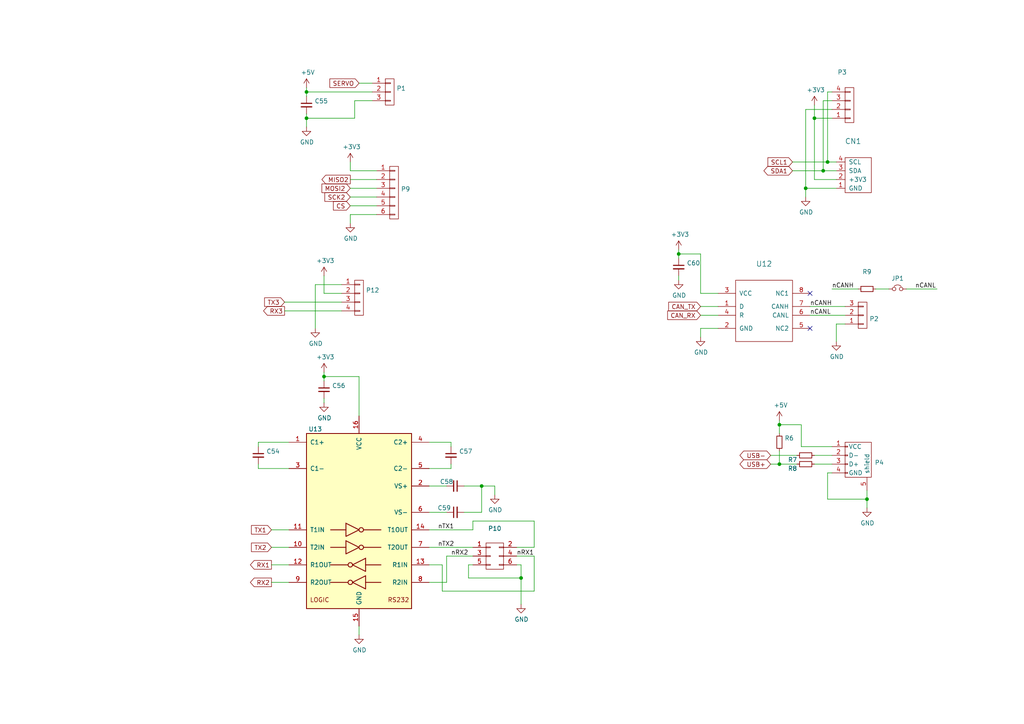
<source format=kicad_sch>
(kicad_sch (version 20211123) (generator eeschema)
  (paper "A4")
  (title_block (title "ECU") (rev "0.0.1") (company "wuehr1999"))
  (lib_symbols
    (symbol "CAN-transceiver:SN65HVD232" (pin_names (offset 1.016))
      (property "Reference" "U" (at 12.7 16.51 0))
      (property "Value" "SN65HVD232" (at 12.7 1.27 0))
      (symbol "SN65HVD232_0_1"
        (rectangle (start 5.08 17.78) (end 21.59 0))
      )
      (symbol "SN65HVD232_1_1"
        (pin output line (at 0 10.16 0) (length 5.08) (name "D") (number "1"))
        (pin power_in line (at 0 3.81 0) (length 5.08) (name "GND") (number "2"))
        (pin power_in line (at 0 13.97 0) (length 5.08) (name "VCC") (number "3"))
        (pin input line (at 0 7.62 0) (length 5.08) (name "R") (number "4"))
        (pin bidirectional line (at 26.67 3.81 180) (length 5.08) (name "NC2") (number "5"))
        (pin bidirectional line (at 26.67 7.62 180) (length 5.08) (name "CANL") (number "6"))
        (pin bidirectional line (at 26.67 10.16 180) (length 5.08) (name "CANH") (number "7"))
        (pin bidirectional line (at 26.67 13.97 180) (length 5.08) (name "NC1") (number "8"))
      )
    )
    (symbol "MODULE_compute:QWIIC" (pin_names (offset 1.016))
      (property "Reference" "CN" (at 2.54 6.35 0))
      (property "Value" "QWIIC" (at 3.81 -6.35 0))
      (symbol "QWIIC_0_1"
        (rectangle (start 0 5.08) (end 7.62 -5.08))
      )
      (symbol "QWIIC_1_1"
        (pin input line (at -2.54 3.81 0) (length 2.54) (name "GND") (number "1"))
        (pin input line (at -2.54 1.27 0) (length 2.54) (name "+3V3") (number "2"))
        (pin input line (at -2.54 -1.27 0) (length 2.54) (name "SDA") (number "3"))
        (pin input line (at -2.54 -3.81 0) (length 2.54) (name "SCL") (number "4"))
      )
    )
    (symbol "devices:C_0603" (pin_numbers hide) (pin_names (offset 0.254) hide)
      (property "Reference" "C" (at 0.254 1.778 0))
      (property "Value" "C_0603" (at 0.254 -2.032 0))
      (symbol "C_0603_0_1"
        (polyline (pts (xy -1.524 -0.508) (xy 1.524 -0.508)) (stroke (width 0.3302)))
        (polyline (pts (xy -1.524 0.508) (xy 1.524 0.508)) (stroke (width 0.3048)))
      )
      (symbol "C_0603_1_1"
        (pin passive line (at 0 2.54 270) (length 1.905) (name "~") (number "1"))
        (pin passive line (at 0 -2.54 90) (length 2.032) (name "~") (number "2"))
      )
    )
    (symbol "devices:C_1210" (pin_numbers hide) (pin_names (offset 0.254) hide)
      (property "Reference" "C" (at 0.254 1.778 0))
      (property "Value" "C_1210" (at 0.254 -2.032 0))
      (symbol "C_1210_0_1"
        (polyline (pts (xy -1.524 -0.508) (xy 1.524 -0.508)) (stroke (width 0.3302)))
        (polyline (pts (xy -1.524 0.508) (xy 1.524 0.508)) (stroke (width 0.3048)))
      )
      (symbol "C_1210_1_1"
        (pin passive line (at 0 2.54 270) (length 1.905) (name "~") (number "1"))
        (pin passive line (at 0 -2.54 90) (length 2.032) (name "~") (number "2"))
      )
    )
    (symbol "devices:Jumper_NC_Small" (pin_numbers hide) (pin_names (offset 0.762) hide)
      (property "Reference" "JP" (at 0 2.032 0))
      (symbol "Jumper_NC_Small_0_1"
        (circle (center -1.016 0) (radius 0.508))
        (circle (center 1.016 0) (radius 0.508))
        (arc (start 1.016 0.762) (mid 0 1.1828) (end -1.016 0.762))
        (pin passive line (at -2.54 0 0) (length 1.016) (name "1") (number "1"))
        (pin passive line (at 2.54 0 180) (length 1.016) (name "2") (number "2"))
      )
    )
    (symbol "devices:R_0603" (pin_numbers hide) (pin_names (offset 0.254) hide)
      (property "Reference" "R" (at 0.762 0.508 0))
      (property "Value" "R_0603" (at 0.762 -1.016 0))
      (symbol "R_0603_0_1"
        (rectangle (start -0.762 1.778) (end 0.762 -1.778) (stroke (width 0.2032)))
      )
      (symbol "R_0603_1_1"
        (pin passive line (at 0 2.54 270) (length 0.762) (name "~") (number "1"))
        (pin passive line (at 0 -2.54 90) (length 0.762) (name "~") (number "2"))
      )
    )
    (symbol "interface:MAX3232" (pin_names (offset 1.016))
      (property "Reference" "U" (at -5.08 29.845 0))
      (property "Value" "MAX3232" (at -5.08 27.94 0))
      (symbol "MAX3232_0_0"
        (text "LOGIC" (at -11.43 -22.86 0) (effects (font (size 1.27 1.27))))
        (text "RS232" (at 11.43 -22.86 0) (effects (font (size 1.27 1.27))))
      )
      (symbol "MAX3232_0_1"
        (rectangle (start -15.24 -25.4) (end 15.24 25.4) (stroke (width 0.254)) (fill (type background)))
        (circle (center -2.54 -17.78) (radius 0.635) (stroke (width 0.254)))
        (circle (center -2.54 -12.7) (radius 0.635) (stroke (width 0.254)))
        (polyline (pts (xy -3.81 -7.62) (xy -8.255 -7.62)) (stroke (width 0.254)))
        (polyline (pts (xy -3.81 -2.54) (xy -8.255 -2.54)) (stroke (width 0.254)))
        (polyline (pts (xy -3.175 -17.78) (xy -8.255 -17.78)) (stroke (width 0.254)))
        (polyline (pts (xy -3.175 -12.7) (xy -8.255 -12.7)) (stroke (width 0.254)))
        (polyline (pts (xy 1.27 -7.62) (xy 6.35 -7.62)) (stroke (width 0.254)))
        (polyline (pts (xy 1.27 -2.54) (xy 6.35 -2.54)) (stroke (width 0.254)))
        (polyline (pts (xy 1.905 -17.78) (xy 6.35 -17.78)) (stroke (width 0.254)))
        (polyline (pts (xy 1.905 -12.7) (xy 6.35 -12.7)) (stroke (width 0.254)))
        (polyline (pts (xy -3.81 -5.715) (xy -3.81 -9.525) (xy 0 -7.62) (xy -3.81 -5.715)) (stroke (width 0.254)))
        (polyline (pts (xy -3.81 -0.635) (xy -3.81 -4.445) (xy 0 -2.54) (xy -3.81 -0.635)) (stroke (width 0.254)))
        (polyline (pts (xy 1.905 -15.875) (xy 1.905 -19.685) (xy -1.905 -17.78) (xy 1.905 -15.875)) (stroke (width 0.254)))
        (polyline (pts (xy 1.905 -10.795) (xy 1.905 -14.605) (xy -1.905 -12.7) (xy 1.905 -10.795)) (stroke (width 0.254)))
        (circle (center 0.635 -7.62) (radius 0.635) (stroke (width 0.254)))
        (circle (center 0.635 -2.54) (radius 0.635) (stroke (width 0.254)))
      )
      (symbol "MAX3232_1_1"
        (pin passive line (at -20.32 22.86 0) (length 5.08) (name "C1+") (number "1"))
        (pin input line (at -20.32 -7.62 0) (length 5.08) (name "T2IN") (number "10"))
        (pin input line (at -20.32 -2.54 0) (length 5.08) (name "T1IN") (number "11"))
        (pin output line (at -20.32 -12.7 0) (length 5.08) (name "R1OUT") (number "12"))
        (pin input line (at 20.32 -12.7 180) (length 5.08) (name "R1IN") (number "13"))
        (pin output line (at 20.32 -2.54 180) (length 5.08) (name "T1OUT") (number "14"))
        (pin power_in line (at 0 -30.48 90) (length 5.08) (name "GND") (number "15"))
        (pin power_in line (at 0 30.48 270) (length 5.08) (name "VCC") (number "16"))
        (pin power_out line (at 20.32 10.16 180) (length 5.08) (name "VS+") (number "2"))
        (pin passive line (at -20.32 15.24 0) (length 5.08) (name "C1-") (number "3"))
        (pin passive line (at 20.32 22.86 180) (length 5.08) (name "C2+") (number "4"))
        (pin passive line (at 20.32 15.24 180) (length 5.08) (name "C2-") (number "5"))
        (pin power_out line (at 20.32 2.54 180) (length 5.08) (name "VS-") (number "6"))
        (pin output line (at 20.32 -7.62 180) (length 5.08) (name "T2OUT") (number "7"))
        (pin input line (at 20.32 -17.78 180) (length 5.08) (name "R2IN") (number "8"))
        (pin output line (at -20.32 -17.78 0) (length 5.08) (name "R2OUT") (number "9"))
      )
    )
    (symbol "mechanical-connectors:CONN_01X03" (pin_names (offset 1.016) hide)
      (property "Reference" "P" (at 0 5.08 0))
      (property "Value" "CONN_01X03" (at 2.54 0 90))
      (symbol "CONN_01X03_0_1"
        (rectangle (start -1.27 -2.413) (end 0.254 -2.667))
        (rectangle (start -1.27 0.127) (end 0.254 -0.127))
        (rectangle (start -1.27 2.667) (end 0.254 2.413))
        (rectangle (start -1.27 3.81) (end 1.27 -3.81))
      )
      (symbol "CONN_01X03_1_1"
        (pin passive line (at -5.08 2.54 0) (length 3.81) (name "P1") (number "1"))
        (pin passive line (at -5.08 0 0) (length 3.81) (name "P2") (number "2"))
        (pin passive line (at -5.08 -2.54 0) (length 3.81) (name "P3") (number "3"))
      )
    )
    (symbol "mechanical-connectors:CONN_01X04" (pin_names (offset 1.016) hide)
      (property "Reference" "P" (at 0 6.35 0))
      (property "Value" "CONN_01X04" (at 2.54 0 90))
      (symbol "CONN_01X04_0_1"
        (rectangle (start -1.27 -3.683) (end 0.254 -3.937))
        (rectangle (start -1.27 -1.143) (end 0.254 -1.397))
        (rectangle (start -1.27 1.397) (end 0.254 1.143))
        (rectangle (start -1.27 3.937) (end 0.254 3.683))
        (rectangle (start -1.27 5.08) (end 1.27 -5.08))
      )
      (symbol "CONN_01X04_1_1"
        (pin passive line (at -5.08 3.81 0) (length 3.81) (name "P1") (number "1"))
        (pin passive line (at -5.08 1.27 0) (length 3.81) (name "P2") (number "2"))
        (pin passive line (at -5.08 -1.27 0) (length 3.81) (name "P3") (number "3"))
        (pin passive line (at -5.08 -3.81 0) (length 3.81) (name "P4") (number "4"))
      )
    )
    (symbol "mechanical-connectors:CONN_01X06" (pin_names (offset 1.016) hide)
      (property "Reference" "P" (at 0 8.89 0))
      (property "Value" "CONN_01X06" (at 2.54 0 90))
      (symbol "CONN_01X06_0_1"
        (rectangle (start -1.27 -6.223) (end 0.254 -6.477))
        (rectangle (start -1.27 -3.683) (end 0.254 -3.937))
        (rectangle (start -1.27 -1.143) (end 0.254 -1.397))
        (rectangle (start -1.27 1.397) (end 0.254 1.143))
        (rectangle (start -1.27 3.937) (end 0.254 3.683))
        (rectangle (start -1.27 6.477) (end 0.254 6.223))
        (rectangle (start -1.27 7.62) (end 1.27 -7.62))
      )
      (symbol "CONN_01X06_1_1"
        (pin passive line (at -5.08 6.35 0) (length 3.81) (name "P1") (number "1"))
        (pin passive line (at -5.08 3.81 0) (length 3.81) (name "P2") (number "2"))
        (pin passive line (at -5.08 1.27 0) (length 3.81) (name "P3") (number "3"))
        (pin passive line (at -5.08 -1.27 0) (length 3.81) (name "P4") (number "4"))
        (pin passive line (at -5.08 -3.81 0) (length 3.81) (name "P5") (number "5"))
        (pin passive line (at -5.08 -6.35 0) (length 3.81) (name "P6") (number "6"))
      )
    )
    (symbol "mechanical-connectors:CONN_02X03" (pin_names (offset 0.0254) hide)
      (property "Reference" "P" (at 0 5.08 0))
      (property "Value" "CONN_02X03" (at 0 -5.08 0))
      (symbol "CONN_02X03_0_1"
        (rectangle (start -2.54 -2.413) (end -1.27 -2.667))
        (rectangle (start -2.54 0.127) (end -1.27 -0.127))
        (rectangle (start -2.54 2.667) (end -1.27 2.413))
        (rectangle (start -2.54 3.81) (end 2.54 -3.81))
        (rectangle (start 1.27 -2.413) (end 2.54 -2.667))
        (rectangle (start 1.27 0.127) (end 2.54 -0.127))
        (rectangle (start 1.27 2.667) (end 2.54 2.413))
      )
      (symbol "CONN_02X03_1_1"
        (pin passive line (at -6.35 2.54 0) (length 3.81) (name "P1") (number "1"))
        (pin passive line (at 6.35 2.54 180) (length 3.81) (name "P2") (number "2"))
        (pin passive line (at -6.35 0 0) (length 3.81) (name "P3") (number "3"))
        (pin passive line (at 6.35 0 180) (length 3.81) (name "P4") (number "4"))
        (pin passive line (at -6.35 -2.54 0) (length 3.81) (name "P5") (number "5"))
        (pin passive line (at 6.35 -2.54 180) (length 3.81) (name "P6") (number "6"))
      )
    )
    (symbol "mechanical-connectors:USB_B" (pin_names (offset 1.016))
      (property "Reference" "P" (at 5.08 -5.08 0))
      (property "Value" "USB_B" (at -1.27 5.08 0))
      (symbol "USB_B_0_1"
        (rectangle (start -6.35 -3.81) (end 3.81 3.81))
        (rectangle (start -5.207 -3.81) (end -4.953 -3.048))
        (rectangle (start -2.667 -3.81) (end -2.413 -3.048))
        (rectangle (start -0.127 -3.81) (end 0.127 -3.048))
        (rectangle (start 2.413 -3.81) (end 2.667 -3.048))
      )
      (symbol "USB_B_1_1"
        (pin power_out line (at -5.08 -7.62 90) (length 3.81) (name "VCC") (number "1"))
        (pin passive line (at -2.54 -7.62 90) (length 3.81) (name "D-") (number "2"))
        (pin passive line (at 0 -7.62 90) (length 3.81) (name "D+") (number "3"))
        (pin power_in line (at 2.54 -7.62 90) (length 3.81) (name "GND") (number "4"))
        (pin passive line (at 7.62 2.54 180) (length 3.81) (name "shield") (number "5"))
      )
    )
    (symbol "power-supply:+3V3" (power) (pin_names (offset 0))
      (property "Value" "+3V3" (at 0 3.556 0))
      (symbol "+3V3_0_1"
        (polyline (pts (xy -0.762 1.27) (xy 0 2.54)))
        (polyline (pts (xy 0 0) (xy 0 2.54)))
        (polyline (pts (xy 0 2.54) (xy 0.762 1.27)))
      )
      (symbol "+3V3_1_1"
        (pin power_in line (at 0 0 90) (length 0) hide (name "+3V3") (number "1"))
      )
    )
    (symbol "power-supply:+5V" (power) (pin_names (offset 0))
      (property "Value" "+5V" (at 0 3.556 0))
      (symbol "+5V_0_1"
        (polyline (pts (xy -0.762 1.27) (xy 0 2.54)))
        (polyline (pts (xy 0 0) (xy 0 2.54)))
        (polyline (pts (xy 0 2.54) (xy 0.762 1.27)))
      )
      (symbol "+5V_1_1"
        (pin power_in line (at 0 0 90) (length 0) hide (name "+5V") (number "1"))
      )
    )
    (symbol "power-supply:GND" (power) (pin_names (offset 0))
      (property "Value" "GND" (at 0 -3.81 0))
      (symbol "GND_0_1"
        (polyline (pts (xy 0 0) (xy 0 -1.27) (xy 1.27 -1.27) (xy 0 -2.54) (xy -1.27 -1.27) (xy 0 -1.27)))
      )
      (symbol "GND_1_1"
        (pin power_in line (at 0 0 270) (length 0) hide (name "GND") (number "1"))
      )
    )
  )
  (junction (at 226.06 123.19))
  (junction (at 88.9 34.29))
  (junction (at 139.7 140.97))
  (junction (at 88.9 26.67))
  (junction (at 240.03 46.99))
  (junction (at 233.68 54.61))
  (junction (at 236.22 34.29))
  (junction (at 93.98 109.22))
  (junction (at 251.46 144.78))
  (junction (at 226.06 134.62))
  (junction (at 196.85 73.66))
  (junction (at 238.76 49.53))
  (junction (at 151.13 167.64))
  (no_connect (at 234.95 85.09))
  (no_connect (at 234.95 95.25))
  (wire (pts (xy 88.9 26.67) (xy 88.9 25.4)))
  (wire (pts (xy 107.95 24.13) (xy 104.14 24.13)))
  (wire (pts (xy 196.85 72.39) (xy 196.85 73.66)))
  (wire (pts (xy 124.46 153.67) (xy 137.16 153.67)))
  (wire (pts (xy 236.22 34.29) (xy 241.3 34.29)))
  (wire (pts (xy 99.06 87.63) (xy 82.55 87.63)))
  (wire (pts (xy 134.62 148.59) (xy 139.7 148.59)))
  (wire (pts (xy 241.3 129.54) (xy 232.41 129.54)))
  (wire (pts (xy 236.22 30.48) (xy 236.22 34.29)))
  (wire (pts (xy 241.3 134.62) (xy 236.22 134.62)))
  (wire (pts (xy 154.94 151.13) (xy 154.94 158.75)))
  (wire (pts (xy 93.98 109.22) (xy 93.98 110.49)))
  (wire (pts (xy 232.41 129.54) (xy 232.41 123.19)))
  (wire (pts (xy 196.85 80.01) (xy 196.85 81.28)))
  (wire (pts (xy 137.16 163.83) (xy 135.89 163.83)))
  (wire (pts (xy 226.06 134.62) (xy 231.14 134.62)))
  (wire (pts (xy 78.74 168.91) (xy 83.82 168.91)))
  (wire (pts (xy 109.22 54.61) (xy 101.6 54.61)))
  (wire (pts (xy 236.22 52.07) (xy 236.22 34.29)))
  (wire (pts (xy 107.95 26.67) (xy 88.9 26.67)))
  (wire (pts (xy 241.3 137.16) (xy 240.03 137.16)))
  (wire (pts (xy 238.76 49.53) (xy 238.76 29.21)))
  (wire (pts (xy 128.27 163.83) (xy 128.27 171.45)))
  (wire (pts (xy 240.03 26.67) (xy 241.3 26.67)))
  (wire (pts (xy 226.06 121.92) (xy 226.06 123.19)))
  (wire (pts (xy 226.06 123.19) (xy 226.06 125.73)))
  (wire (pts (xy 251.46 144.78) (xy 251.46 142.24)))
  (wire (pts (xy 83.82 135.89) (xy 74.93 135.89)))
  (wire (pts (xy 203.2 95.25) (xy 203.2 97.79)))
  (wire (pts (xy 229.87 49.53) (xy 238.76 49.53)))
  (wire (pts (xy 109.22 62.23) (xy 101.6 62.23)))
  (wire (pts (xy 130.81 129.54) (xy 130.81 128.27)))
  (wire (pts (xy 254 83.82) (xy 257.81 83.82)))
  (wire (pts (xy 154.94 171.45) (xy 154.94 161.29)))
  (wire (pts (xy 88.9 34.29) (xy 88.9 36.83)))
  (wire (pts (xy 137.16 153.67) (xy 137.16 151.13)))
  (wire (pts (xy 139.7 140.97) (xy 134.62 140.97)))
  (wire (pts (xy 130.81 128.27) (xy 124.46 128.27)))
  (wire (pts (xy 151.13 175.26) (xy 151.13 167.64)))
  (wire (pts (xy 238.76 29.21) (xy 241.3 29.21)))
  (wire (pts (xy 83.82 128.27) (xy 74.93 128.27)))
  (wire (pts (xy 104.14 184.15) (xy 104.14 181.61)))
  (wire (pts (xy 93.98 107.95) (xy 93.98 109.22)))
  (wire (pts (xy 234.95 91.44) (xy 245.11 91.44)))
  (wire (pts (xy 129.54 161.29) (xy 137.16 161.29)))
  (wire (pts (xy 101.6 62.23) (xy 101.6 64.77)))
  (wire (pts (xy 102.87 29.21) (xy 102.87 34.29)))
  (wire (pts (xy 242.57 49.53) (xy 238.76 49.53)))
  (wire (pts (xy 208.28 95.25) (xy 203.2 95.25)))
  (wire (pts (xy 242.57 54.61) (xy 233.68 54.61)))
  (wire (pts (xy 91.44 82.55) (xy 91.44 95.25)))
  (wire (pts (xy 233.68 57.15) (xy 233.68 54.61)))
  (wire (pts (xy 93.98 109.22) (xy 104.14 109.22)))
  (wire (pts (xy 242.57 93.98) (xy 245.11 93.98)))
  (wire (pts (xy 240.03 144.78) (xy 251.46 144.78)))
  (wire (pts (xy 231.14 132.08) (xy 223.52 132.08)))
  (wire (pts (xy 135.89 163.83) (xy 135.89 167.64)))
  (wire (pts (xy 233.68 54.61) (xy 233.68 31.75)))
  (wire (pts (xy 240.03 46.99) (xy 240.03 26.67)))
  (wire (pts (xy 137.16 151.13) (xy 154.94 151.13)))
  (wire (pts (xy 234.95 88.9) (xy 245.11 88.9)))
  (wire (pts (xy 203.2 91.44) (xy 208.28 91.44)))
  (wire (pts (xy 139.7 148.59) (xy 139.7 140.97)))
  (wire (pts (xy 109.22 59.69) (xy 101.6 59.69)))
  (wire (pts (xy 124.46 140.97) (xy 129.54 140.97)))
  (wire (pts (xy 154.94 158.75) (xy 149.86 158.75)))
  (wire (pts (xy 124.46 135.89) (xy 130.81 135.89)))
  (wire (pts (xy 143.51 143.51) (xy 143.51 140.97)))
  (wire (pts (xy 223.52 134.62) (xy 226.06 134.62)))
  (wire (pts (xy 241.3 132.08) (xy 236.22 132.08)))
  (wire (pts (xy 203.2 73.66) (xy 203.2 85.09)))
  (wire (pts (xy 93.98 85.09) (xy 93.98 80.01)))
  (wire (pts (xy 78.74 163.83) (xy 83.82 163.83)))
  (wire (pts (xy 151.13 163.83) (xy 149.86 163.83)))
  (wire (pts (xy 99.06 85.09) (xy 93.98 85.09)))
  (wire (pts (xy 124.46 168.91) (xy 129.54 168.91)))
  (wire (pts (xy 124.46 148.59) (xy 129.54 148.59)))
  (wire (pts (xy 101.6 49.53) (xy 101.6 46.99)))
  (wire (pts (xy 242.57 52.07) (xy 236.22 52.07)))
  (wire (pts (xy 262.89 83.82) (xy 271.78 83.82)))
  (wire (pts (xy 251.46 147.32) (xy 251.46 144.78)))
  (wire (pts (xy 154.94 161.29) (xy 149.86 161.29)))
  (wire (pts (xy 74.93 128.27) (xy 74.93 129.54)))
  (wire (pts (xy 242.57 99.06) (xy 242.57 93.98)))
  (wire (pts (xy 135.89 167.64) (xy 151.13 167.64)))
  (wire (pts (xy 74.93 135.89) (xy 74.93 134.62)))
  (wire (pts (xy 226.06 130.81) (xy 226.06 134.62)))
  (wire (pts (xy 151.13 167.64) (xy 151.13 163.83)))
  (wire (pts (xy 229.87 46.99) (xy 240.03 46.99)))
  (wire (pts (xy 248.92 83.82) (xy 241.3 83.82)))
  (wire (pts (xy 233.68 31.75) (xy 241.3 31.75)))
  (wire (pts (xy 93.98 115.57) (xy 93.98 116.84)))
  (wire (pts (xy 196.85 73.66) (xy 196.85 74.93)))
  (wire (pts (xy 107.95 29.21) (xy 102.87 29.21)))
  (wire (pts (xy 203.2 73.66) (xy 196.85 73.66)))
  (wire (pts (xy 109.22 52.07) (xy 101.6 52.07)))
  (wire (pts (xy 109.22 49.53) (xy 101.6 49.53)))
  (wire (pts (xy 78.74 158.75) (xy 83.82 158.75)))
  (wire (pts (xy 104.14 120.65) (xy 104.14 109.22)))
  (wire (pts (xy 78.74 153.67) (xy 83.82 153.67)))
  (wire (pts (xy 102.87 34.29) (xy 88.9 34.29)))
  (wire (pts (xy 143.51 140.97) (xy 139.7 140.97)))
  (wire (pts (xy 109.22 57.15) (xy 101.6 57.15)))
  (wire (pts (xy 232.41 123.19) (xy 226.06 123.19)))
  (wire (pts (xy 208.28 85.09) (xy 203.2 85.09)))
  (wire (pts (xy 88.9 33.02) (xy 88.9 34.29)))
  (wire (pts (xy 124.46 163.83) (xy 128.27 163.83)))
  (wire (pts (xy 208.28 88.9) (xy 203.2 88.9)))
  (wire (pts (xy 242.57 46.99) (xy 240.03 46.99)))
  (wire (pts (xy 88.9 27.94) (xy 88.9 26.67)))
  (wire (pts (xy 99.06 90.17) (xy 82.55 90.17)))
  (wire (pts (xy 99.06 82.55) (xy 91.44 82.55)))
  (wire (pts (xy 129.54 168.91) (xy 129.54 161.29)))
  (wire (pts (xy 240.03 137.16) (xy 240.03 144.78)))
  (wire (pts (xy 128.27 171.45) (xy 154.94 171.45)))
  (wire (pts (xy 130.81 135.89) (xy 130.81 134.62)))
  (wire (pts (xy 124.46 158.75) (xy 137.16 158.75)))
  (label "nTX2" (at 127 158.75 0))
  (label "nCANL" (at 265.43 83.82 0))
  (label "nCANH" (at 234.95 88.9 0))
  (label "nRX2" (at 130.81 161.29 0))
  (label "nCANH" (at 241.3 83.82 0))
  (label "nCANL" (at 234.95 91.44 0))
  (label "nRX1" (at 149.86 161.29 0))
  (label "nTX1" (at 127 153.67 0))
  (global_label "CAN_RX" (shape input) (at 203.2 91.44 180) (property "Intersheet References" "${INTERSHEET_REFS}" (effects hide)))
  (global_label "RX1" (shape output) (at 78.74 163.83 180) (property "Intersheet References" "${INTERSHEET_REFS}" (effects hide)))
  (global_label "TX2" (shape input) (at 78.74 158.75 180) (property "Intersheet References" "${INTERSHEET_REFS}" (effects hide)))
  (global_label "CAN_TX" (shape input) (at 203.2 88.9 180) (property "Intersheet References" "${INTERSHEET_REFS}" (effects hide)))
  (global_label "CS" (shape input) (at 101.6 59.69 180) (property "Intersheet References" "${INTERSHEET_REFS}" (effects hide)))
  (global_label "SDA1" (shape bidirectional) (at 229.87 49.53 180) (property "Intersheet References" "${INTERSHEET_REFS}" (effects hide)))
  (global_label "TX3" (shape input) (at 82.55 87.63 180) (property "Intersheet References" "${INTERSHEET_REFS}" (effects hide)))
  (global_label "RX3" (shape output) (at 82.55 90.17 180) (property "Intersheet References" "${INTERSHEET_REFS}" (effects hide)))
  (global_label "USB-" (shape bidirectional) (at 223.52 132.08 180) (property "Intersheet References" "${INTERSHEET_REFS}" (effects hide)))
  (global_label "TX1" (shape input) (at 78.74 153.67 180) (property "Intersheet References" "${INTERSHEET_REFS}" (effects hide)))
  (global_label "SCL1" (shape input) (at 229.87 46.99 180) (property "Intersheet References" "${INTERSHEET_REFS}" (effects hide)))
  (global_label "SERVO" (shape input) (at 104.14 24.13 180) (property "Intersheet References" "${INTERSHEET_REFS}" (effects hide)))
  (global_label "SCK2" (shape input) (at 101.6 57.15 180) (property "Intersheet References" "${INTERSHEET_REFS}" (effects hide)))
  (global_label "MISO2" (shape output) (at 101.6 52.07 180) (property "Intersheet References" "${INTERSHEET_REFS}" (effects hide)))
  (global_label "USB+" (shape bidirectional) (at 223.52 134.62 180) (property "Intersheet References" "${INTERSHEET_REFS}" (effects hide)))
  (global_label "MOSI2" (shape input) (at 101.6 54.61 180) (property "Intersheet References" "${INTERSHEET_REFS}" (effects hide)))
  (global_label "RX2" (shape output) (at 78.74 168.91 180) (property "Intersheet References" "${INTERSHEET_REFS}" (effects hide)))
  (symbol (lib_id "interface:MAX3232") (at 104.14 151.13 0) (unit 1)
    (property "Reference" "U13" (at 91.44 124.46 0))
    (property "Datasheet" "https://datasheets.maximintegrated.com/en/ds/MAX3222-MAX3241.pdf" (effects hide))
  )
  (symbol (lib_id "MODULE_compute:QWIIC") (at 245.11 50.8 0) (mirror x) (unit 1)
    (property "Reference" "CN1" (at 247.4468 40.9702 0) (effects (font (size 1.524 1.524))))
  )
  (symbol (lib_id "mechanical-connectors:CONN_01X03") (at 250.19 91.44 0) (mirror x) (unit 1)
    (property "Reference" "P2" (at 252.1712 92.4814 0) (effects (justify left)))
  )
  (symbol (lib_id "mechanical-connectors:USB_B") (at 248.92 134.62 270) (unit 1)
    (property "Reference" "P4" (at 253.6952 134.1628 90) (effects (justify left)))
  )
  (symbol (lib_id "mechanical-connectors:CONN_02X03") (at 143.51 161.29 0) (unit 1)
    (property "Reference" "P10" (at 143.51 153.289 0))
  )
  (symbol (lib_id "mechanical-connectors:CONN_01X03") (at 113.03 26.67 0) (unit 1)
    (property "Reference" "P1" (at 115.0112 25.6286 0) (effects (justify left)))
  )
  (symbol (lib_id "mechanical-connectors:CONN_01X04") (at 246.38 30.48 0) (mirror x) (unit 1)
    (property "Reference" "P3" (at 244.2718 20.955 0))
  )
  (symbol (lib_id "mechanical-connectors:CONN_01X06") (at 114.3 55.88 0) (unit 1)
    (property "Reference" "P9" (at 116.2812 54.8386 0) (effects (justify left)))
  )
  (symbol (lib_id "power-supply:+3V3") (at 196.85 72.39 0) (unit 1)
    (property "Reference" "#PWR0112" (effects hide))
  )
  (symbol (lib_id "power-supply:GND") (at 242.57 99.06 0) (unit 1)
    (property "Reference" "#PWR0113" (effects hide))
  )
  (symbol (lib_id "power-supply:GND") (at 203.2 97.79 0) (unit 1)
    (property "Reference" "#PWR0115" (effects hide))
  )
  (symbol (lib_id "devices:C_0603") (at 196.85 77.47 0) (unit 1)
    (property "Reference" "C60" (at 199.1868 76.3016 0) (effects (justify left)))
  )
  (symbol (lib_id "power-supply:GND") (at 196.85 81.28 0) (unit 1)
    (property "Reference" "#PWR0116" (effects hide))
  )
  (symbol (lib_id "power-supply:GND") (at 233.68 57.15 0) (unit 1)
    (property "Reference" "#PWR0117" (effects hide))
  )
  (symbol (lib_id "power-supply:+3V3") (at 236.22 30.48 0) (unit 1)
    (property "Reference" "#PWR0118" (effects hide))
  )
  (symbol (lib_id "devices:R_0603") (at 233.68 134.62 270) (unit 1)
    (property "Reference" "R8" (at 229.87 135.89 90))
  )
  (symbol (lib_id "devices:R_0603") (at 233.68 132.08 270) (unit 1)
    (property "Reference" "R7" (at 229.87 133.35 90))
  )
  (symbol (lib_id "power-supply:GND") (at 251.46 147.32 0) (unit 1)
    (property "Reference" "#PWR0119" (effects hide))
  )
  (symbol (lib_id "power-supply:+5V") (at 226.06 121.92 0) (unit 1)
    (property "Reference" "#PWR0120" (effects hide))
  )
  (symbol (lib_id "devices:R_0603") (at 226.06 128.27 0) (unit 1)
    (property "Reference" "R6" (at 227.5586 127.1016 0) (effects (justify left)))
  )
  (symbol (lib_id "power-supply:+5V") (at 88.9 25.4 0) (unit 1)
    (property "Reference" "#PWR0121" (effects hide))
  )
  (symbol (lib_id "power-supply:GND") (at 88.9 36.83 0) (unit 1)
    (property "Reference" "#PWR0123" (effects hide))
  )
  (symbol (lib_id "devices:C_1210") (at 88.9 30.48 0) (unit 1)
    (property "Reference" "C55" (at 91.2368 29.3116 0) (effects (justify left)))
  )
  (symbol (lib_id "devices:Jumper_NC_Small") (at 260.35 83.82 0) (unit 1)
    (property "Reference" "JP1" (at 260.35 80.7466 0))
  )
  (symbol (lib_id "devices:R_0603") (at 251.46 83.82 270) (unit 1)
    (property "Reference" "R9" (at 251.46 78.8416 90))
  )
  (symbol (lib_id "power-supply:+3V3") (at 101.6 46.99 0) (unit 1)
    (property "Reference" "#PWR0124" (effects hide))
  )
  (symbol (lib_id "power-supply:GND") (at 101.6 64.77 0) (unit 1)
    (property "Reference" "#PWR0125" (effects hide))
  )
  (symbol (lib_id "CAN-transceiver:SN65HVD232") (at 208.28 99.06 0) (unit 1)
    (property "Reference" "U12" (at 221.615 76.5302 0) (effects (font (size 1.524 1.524))))
  )
  (symbol (lib_id "power-supply:+3V3") (at 93.98 107.95 0) (unit 1)
    (property "Reference" "#PWR0126" (effects hide))
  )
  (symbol (lib_id "devices:C_0603") (at 93.98 113.03 0) (unit 1)
    (property "Reference" "C56" (at 96.3168 111.8616 0) (effects (justify left)))
  )
  (symbol (lib_id "power-supply:GND") (at 93.98 116.84 0) (unit 1)
    (property "Reference" "#PWR0127" (effects hide))
  )
  (symbol (lib_id "power-supply:GND") (at 104.14 184.15 0) (unit 1)
    (property "Reference" "#PWR0185" (effects hide))
  )
  (symbol (lib_id "devices:C_0603") (at 74.93 132.08 0) (unit 1)
    (property "Reference" "C54" (at 77.2668 130.9116 0) (effects (justify left)))
  )
  (symbol (lib_id "devices:C_0603") (at 130.81 132.08 0) (unit 1)
    (property "Reference" "C57" (at 133.1468 130.9116 0) (effects (justify left)))
  )
  (symbol (lib_id "devices:C_0603") (at 132.08 140.97 270) (unit 1)
    (property "Reference" "C58" (at 129.54 139.7 90))
  )
  (symbol (lib_id "devices:C_0603") (at 132.08 148.59 90) (unit 1)
    (property "Reference" "C59" (at 130.81 147.32 90) (effects (justify left)))
  )
  (symbol (lib_id "power-supply:GND") (at 151.13 175.26 0) (unit 1)
    (property "Reference" "#PWR0187" (effects hide))
  )
  (symbol (lib_id "power-supply:GND") (at 143.51 143.51 0) (unit 1)
    (property "Reference" "#PWR0197" (effects hide))
  )
  (symbol (lib_id "mechanical-connectors:CONN_01X04") (at 104.14 86.36 0) (unit 1)
    (property "Reference" "P12" (at 106.1212 84.1756 0) (effects (justify left)))
  )
  (symbol (lib_id "power-supply:+3V3") (at 93.98 80.01 0) (unit 1)
    (property "Reference" "#PWR0198" (effects hide))
  )
  (symbol (lib_id "power-supply:GND") (at 91.44 95.25 0) (unit 1)
    (property "Reference" "#PWR0199" (effects hide))
  )
)
</source>
